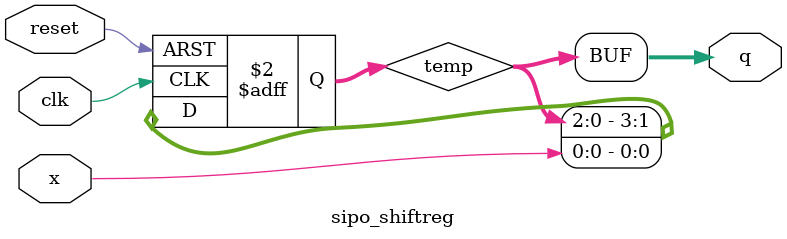
<source format=v>
module sipo_shiftreg( clk,reset,x,q);
  input clk, reset;
  input x;
  output reg[3:0] q;
  reg [3:0] temp;
  always @(posedge clk or posedge reset)
    if(reset) 
      begin
      temp<=4'b0;
      end
  else
    begin
      temp[3:1] <= temp[2:0];
      temp[0] <= x;
    end
  
  assign q = temp;
  
endmodule
  
 

</source>
